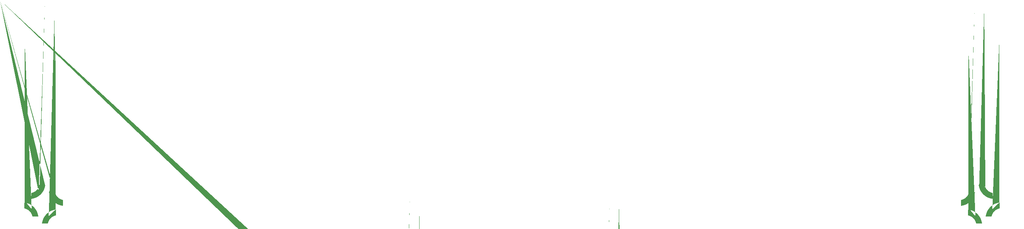
<source format=gbr>
%TF.GenerationSoftware,KiCad,Pcbnew,(6.0.0)*%
%TF.CreationDate,2022-02-26T13:13:24+01:00*%
%TF.ProjectId,main,6d61696e-2e6b-4696-9361-645f70636258,rev?*%
%TF.SameCoordinates,Original*%
%TF.FileFunction,Paste,Bot*%
%TF.FilePolarity,Positive*%
%FSLAX46Y46*%
G04 Gerber Fmt 4.6, Leading zero omitted, Abs format (unit mm)*
G04 Created by KiCad (PCBNEW (6.0.0)) date 2022-02-26 13:13:24*
%MOMM*%
%LPD*%
G01*
G04 APERTURE LIST*
G04 Aperture macros list*
%AMFreePoly0*
4,1,51,-1.214032,1.431876,-0.870876,1.327948,-0.539627,1.190718,-0.223509,1.021521,0.074403,0.822004,0.351209,0.594108,0.604216,0.340051,0.830963,0.062303,1.029245,-0.236432,1.197130,-0.553248,1.332987,-0.885063,1.435493,-1.228648,1.503650,-1.580657,1.503652,-1.580660,1.499763,-1.603016,1.499763,-1.625706,1.494573,-1.632849,1.493060,-1.641549,1.476773,-1.657349,1.463435,-1.675706,
1.455038,-1.678435,1.448700,-1.684583,1.426236,-1.687794,1.404657,-1.694804,0.242310,-1.694804,0.183531,-1.675706,0.147204,-1.625706,0.147204,-1.615392,0.142836,-1.607912,0.143864,-1.597664,0.076619,-1.355771,-0.021343,-1.113985,-0.146126,-0.884887,-0.296116,-0.671439,-0.469373,-0.476404,-0.663656,-0.302303,-0.876451,-0.151389,-1.105007,-0.025614,-1.346366,0.073395,-1.587966,0.141689,
-1.598217,0.140706,-1.609238,0.147204,-1.625706,0.147204,-1.675706,0.183531,-1.694804,0.242310,-1.694804,1.404657,-1.675706,1.463436,-1.625706,1.499763,-1.575948,1.499763,-1.565760,1.501492,-1.214032,1.431876,-1.214032,1.431876,$1*%
%AMFreePoly1*
4,1,51,1.463436,1.675706,1.499763,1.625706,1.499763,1.575948,1.501492,1.565760,1.431876,1.214032,1.327948,0.870876,1.190718,0.539627,1.021521,0.223509,0.822004,-0.074403,0.594108,-0.351209,0.340051,-0.604216,0.062303,-0.830963,-0.236432,-1.029245,-0.553248,-1.197130,-0.885063,-1.332987,-1.228648,-1.435493,-1.580657,-1.503650,-1.580660,-1.503652,-1.603016,-1.499763,-1.625706,-1.499763,
-1.632849,-1.494573,-1.641549,-1.493060,-1.657349,-1.476773,-1.675706,-1.463435,-1.678435,-1.455038,-1.684583,-1.448700,-1.687794,-1.426236,-1.694804,-1.404657,-1.694804,-0.242310,-1.675706,-0.183531,-1.625706,-0.147204,-1.615392,-0.147204,-1.607912,-0.142836,-1.597664,-0.143864,-1.355771,-0.076619,-1.113985,0.021343,-0.884887,0.146126,-0.671439,0.296116,-0.476404,0.469373,-0.302303,0.663656,
-0.151389,0.876451,-0.025614,1.105007,0.073395,1.346366,0.141689,1.587966,0.140706,1.598217,0.147204,1.609238,0.147204,1.625706,0.183531,1.675706,0.242310,1.694804,1.404657,1.694804,1.463436,1.675706,1.463436,1.675706,$1*%
%AMFreePoly2*
4,1,51,-0.183531,1.675706,-0.147204,1.625706,-0.147204,1.615392,-0.142836,1.607912,-0.143864,1.597664,-0.076619,1.355771,0.021343,1.113985,0.146126,0.884887,0.296116,0.671439,0.469373,0.476404,0.663656,0.302303,0.876451,0.151389,1.105007,0.025614,1.346366,-0.073395,1.587966,-0.141689,1.598217,-0.140706,1.609238,-0.147204,1.625706,-0.147204,1.675706,-0.183531,1.694804,-0.242310,
1.694804,-1.404657,1.675706,-1.463436,1.625706,-1.499763,1.575948,-1.499763,1.565760,-1.501492,1.214032,-1.431876,0.870876,-1.327948,0.539627,-1.190718,0.223509,-1.021521,-0.074403,-0.822004,-0.351209,-0.594108,-0.604216,-0.340051,-0.830963,-0.062303,-1.029245,0.236432,-1.197130,0.553248,-1.332987,0.885063,-1.435493,1.228648,-1.503650,1.580657,-1.503652,1.580660,-1.499763,1.603016,
-1.499763,1.625706,-1.494573,1.632849,-1.493060,1.641549,-1.476773,1.657349,-1.463435,1.675706,-1.455038,1.678435,-1.448700,1.684583,-1.426236,1.687794,-1.404657,1.694804,-0.242310,1.694804,-0.183531,1.675706,-0.183531,1.675706,$1*%
%AMFreePoly3*
4,1,51,1.603016,1.499763,1.625706,1.499763,1.632849,1.494573,1.641549,1.493060,1.657349,1.476773,1.675706,1.463435,1.678435,1.455038,1.684583,1.448700,1.687794,1.426236,1.694804,1.404657,1.694804,0.242310,1.675706,0.183531,1.625706,0.147204,1.615392,0.147204,1.607912,0.142836,1.597664,0.143864,1.355771,0.076619,1.113985,-0.021343,0.884887,-0.146126,0.671439,-0.296116,
0.476404,-0.469373,0.302303,-0.663656,0.151389,-0.876451,0.025614,-1.105007,-0.073395,-1.346366,-0.141689,-1.587966,-0.140706,-1.598217,-0.147204,-1.609238,-0.147204,-1.625706,-0.183531,-1.675706,-0.242310,-1.694804,-1.404657,-1.694804,-1.463436,-1.675706,-1.499763,-1.625706,-1.499763,-1.575948,-1.501492,-1.565760,-1.431876,-1.214032,-1.327948,-0.870876,-1.190718,-0.539627,-1.021521,-0.223509,
-0.822004,0.074403,-0.594108,0.351209,-0.340051,0.604216,-0.062303,0.830963,0.236432,1.029245,0.553248,1.197130,0.885063,1.332987,1.228648,1.435493,1.580657,1.503650,1.580660,1.503652,1.603016,1.499763,1.603016,1.499763,$1*%
G04 Aperture macros list end*
%ADD10FreePoly0,202.500000*%
%ADD11FreePoly1,202.500000*%
%ADD12FreePoly2,202.500000*%
%ADD13FreePoly3,202.500000*%
%ADD14FreePoly3,157.500000*%
%ADD15FreePoly2,157.500000*%
%ADD16FreePoly1,157.500000*%
%ADD17FreePoly0,157.500000*%
%ADD18FreePoly0,180.000000*%
%ADD19FreePoly1,180.000000*%
%ADD20FreePoly3,180.000000*%
%ADD21FreePoly2,180.000000*%
G04 APERTURE END LIST*
D10*
%TO.C,TH3*%
X-175758700Y-62611993D03*
D11*
X-177361993Y-58741300D03*
D12*
X-173491300Y-57138007D03*
D13*
X-171888007Y-61008700D03*
%TD*%
D14*
%TO.C,TH4*%
X-220991300Y-62611993D03*
D15*
X-219388007Y-58741300D03*
D16*
X-223258700Y-57138007D03*
D17*
X-224861993Y-61008700D03*
%TD*%
D18*
%TO.C,TH1*%
X-200469804Y-113719804D03*
D19*
X-200469804Y-109530196D03*
D20*
X-196280196Y-113719804D03*
D21*
X-196280196Y-109530196D03*
%TD*%
D11*
%TO.C,TH6*%
X-78924993Y-48814300D03*
D13*
X-73451007Y-51081700D03*
D12*
X-75054300Y-47211007D03*
D10*
X-77321700Y-52684993D03*
%TD*%
D16*
%TO.C,TH7*%
X-321695504Y-47210811D03*
D17*
X-323298797Y-51081504D03*
D15*
X-317824811Y-48814104D03*
D14*
X-319428104Y-52684797D03*
%TD*%
%TO.C,TH5*%
X-304886300Y-17576993D03*
D15*
X-303283007Y-13706300D03*
D16*
X-307153700Y-12103007D03*
D17*
X-308756993Y-15973700D03*
%TD*%
D12*
%TO.C,TH2*%
X-89596300Y-12103007D03*
D10*
X-91863700Y-17576993D03*
D11*
X-93466993Y-13706300D03*
D13*
X-87993007Y-15973700D03*
%TD*%
M02*

</source>
